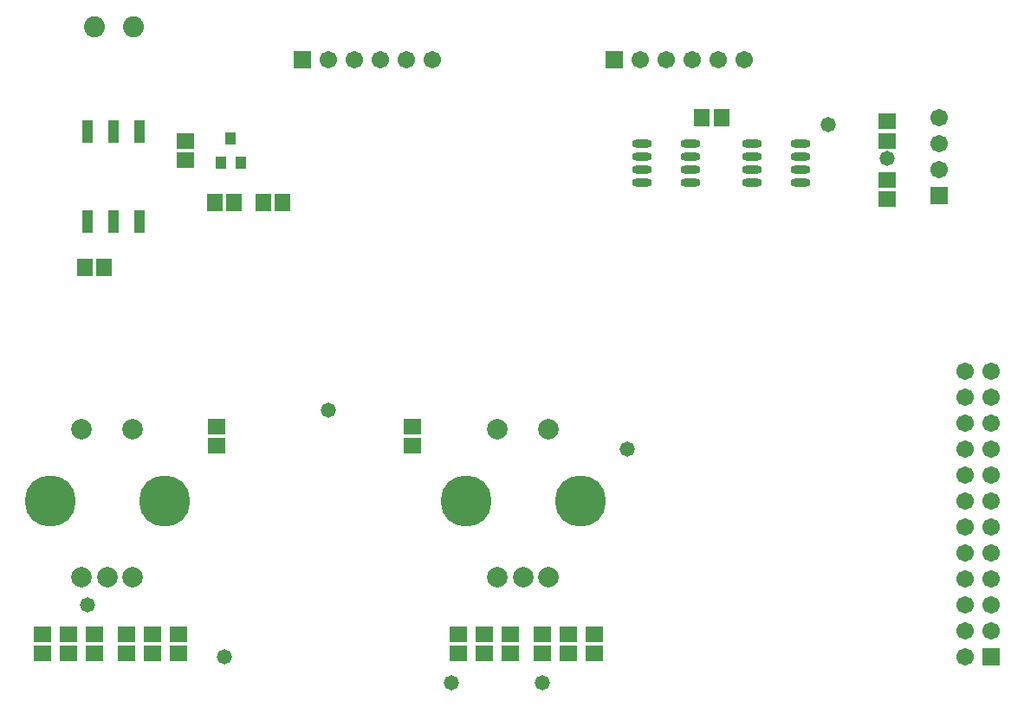
<source format=gts>
G04*
G04 #@! TF.GenerationSoftware,Altium Limited,Altium Designer,19.1.8 (144)*
G04*
G04 Layer_Color=8388736*
%FSLAX25Y25*%
%MOIN*%
G70*
G01*
G75*
%ADD22R,0.06706X0.05918*%
%ADD23R,0.04343X0.04540*%
%ADD24R,0.04343X0.04540*%
%ADD25R,0.05918X0.06706*%
%ADD26R,0.03950X0.08871*%
%ADD27O,0.07690X0.03162*%
%ADD28C,0.08083*%
%ADD29C,0.06706*%
%ADD30R,0.06706X0.06706*%
%ADD31R,0.06706X0.06706*%
%ADD32C,0.19698*%
%ADD33C,0.07887*%
%ADD34C,0.05800*%
D22*
X80000Y238740D02*
D03*
Y231260D02*
D03*
X227500Y41260D02*
D03*
Y48740D02*
D03*
X350000Y246240D02*
D03*
Y238760D02*
D03*
Y216260D02*
D03*
Y223740D02*
D03*
X35000Y41260D02*
D03*
Y48740D02*
D03*
X67500Y41260D02*
D03*
Y48740D02*
D03*
X195000Y41260D02*
D03*
Y48740D02*
D03*
X57500Y41260D02*
D03*
Y48740D02*
D03*
X25000Y41260D02*
D03*
Y48740D02*
D03*
X77500Y41260D02*
D03*
Y48740D02*
D03*
X45000Y41260D02*
D03*
Y48740D02*
D03*
X92000Y128740D02*
D03*
Y121260D02*
D03*
X185000Y41260D02*
D03*
Y48740D02*
D03*
X217500Y41260D02*
D03*
Y48740D02*
D03*
X167500Y121260D02*
D03*
Y128740D02*
D03*
X237500Y41260D02*
D03*
Y48740D02*
D03*
X205000Y41260D02*
D03*
Y48740D02*
D03*
D23*
X97500Y239626D02*
D03*
X93760Y230374D02*
D03*
D24*
X101240D02*
D03*
D25*
X48740Y190000D02*
D03*
X41260D02*
D03*
X110000Y215000D02*
D03*
X117480D02*
D03*
X98740D02*
D03*
X91260D02*
D03*
X278760Y247500D02*
D03*
X286240D02*
D03*
D26*
X42500Y207776D02*
D03*
X52500D02*
D03*
X62500D02*
D03*
Y242224D02*
D03*
X52500D02*
D03*
X42500D02*
D03*
D27*
X255650Y237500D02*
D03*
Y232500D02*
D03*
Y227500D02*
D03*
Y222500D02*
D03*
X274350Y237500D02*
D03*
Y232500D02*
D03*
Y227500D02*
D03*
Y222500D02*
D03*
X298150Y237500D02*
D03*
Y232500D02*
D03*
Y227500D02*
D03*
Y222500D02*
D03*
X316850Y237500D02*
D03*
Y232500D02*
D03*
Y227500D02*
D03*
Y222500D02*
D03*
D28*
X60000Y282500D02*
D03*
X45000D02*
D03*
D29*
X370000Y247500D02*
D03*
Y237500D02*
D03*
Y227500D02*
D03*
X295000Y270000D02*
D03*
X285000D02*
D03*
X275000D02*
D03*
X265000D02*
D03*
X255000D02*
D03*
X380000Y90000D02*
D03*
Y80000D02*
D03*
Y70000D02*
D03*
Y60000D02*
D03*
Y50000D02*
D03*
Y40000D02*
D03*
Y150000D02*
D03*
Y140000D02*
D03*
Y130000D02*
D03*
Y120000D02*
D03*
Y110000D02*
D03*
Y100000D02*
D03*
X390000Y89970D02*
D03*
Y80000D02*
D03*
Y70000D02*
D03*
Y60000D02*
D03*
Y50000D02*
D03*
Y150000D02*
D03*
Y140000D02*
D03*
Y130000D02*
D03*
Y120000D02*
D03*
Y110000D02*
D03*
Y100000D02*
D03*
X175000Y270000D02*
D03*
X165000D02*
D03*
X155000D02*
D03*
X145000D02*
D03*
X135000D02*
D03*
D30*
X370000Y217500D02*
D03*
X390000Y40000D02*
D03*
D31*
X245000Y270000D02*
D03*
X125000D02*
D03*
D32*
X187953Y100000D02*
D03*
X232047D02*
D03*
X72047D02*
D03*
X27953D02*
D03*
D33*
X219843Y127559D02*
D03*
X200157D02*
D03*
X210000Y70472D02*
D03*
X219843D02*
D03*
X200157D02*
D03*
X40157D02*
D03*
X59843D02*
D03*
X50000D02*
D03*
X40157Y127559D02*
D03*
X59843D02*
D03*
D34*
X135000Y135000D02*
D03*
X217500Y30000D02*
D03*
X182500D02*
D03*
X250000Y120000D02*
D03*
X95000Y40000D02*
D03*
X42500Y60000D02*
D03*
X327500Y245000D02*
D03*
X350000Y232100D02*
D03*
M02*

</source>
